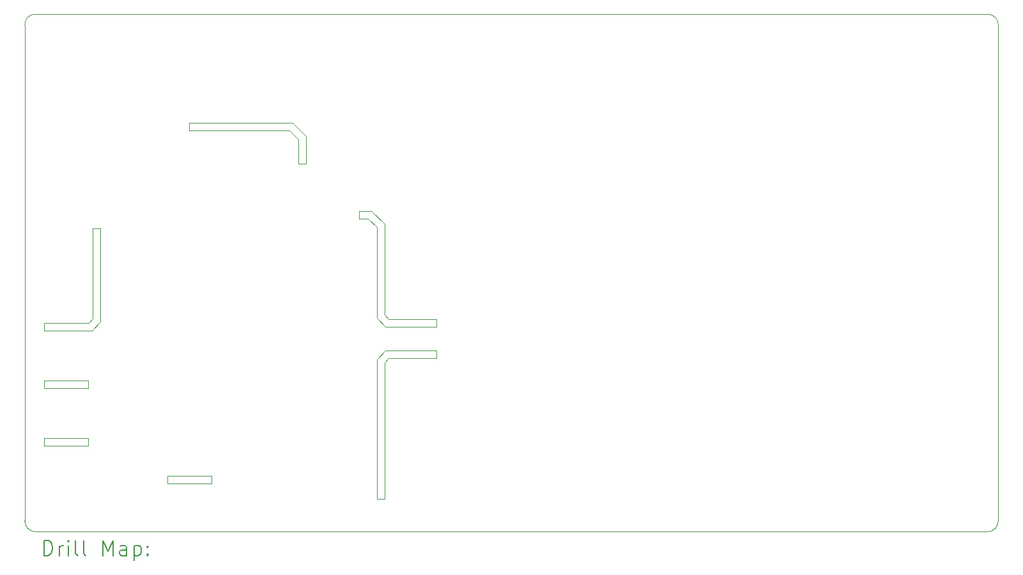
<source format=gbr>
%TF.GenerationSoftware,KiCad,Pcbnew,7.0.10-7.0.10~ubuntu22.04.1*%
%TF.CreationDate,2024-01-07T19:37:02+01:00*%
%TF.ProjectId,EEZ DIB AFE3,45455a20-4449-4422-9041-4645332e6b69,rev?*%
%TF.SameCoordinates,Original*%
%TF.FileFunction,Drillmap*%
%TF.FilePolarity,Positive*%
%FSLAX45Y45*%
G04 Gerber Fmt 4.5, Leading zero omitted, Abs format (unit mm)*
G04 Created by KiCad (PCBNEW 7.0.10-7.0.10~ubuntu22.04.1) date 2024-01-07 19:37:02*
%MOMM*%
%LPD*%
G01*
G04 APERTURE LIST*
%ADD10C,0.101600*%
%ADD11C,0.100000*%
%ADD12C,0.200000*%
G04 APERTURE END LIST*
D10*
X9248470Y-11162170D02*
X9303080Y-11107560D01*
D11*
X8540110Y-7075360D02*
G75*
G03*
X8400110Y-7215360I0J-140000D01*
G01*
D10*
X11910390Y-8619630D02*
X10580700Y-8619630D01*
X8654110Y-12684900D02*
X8654110Y-12786500D01*
X9248470Y-11162170D02*
X8655380Y-11162170D01*
X9238310Y-12684900D02*
X8654110Y-12684900D01*
X12125020Y-9059050D02*
X12125020Y-8689480D01*
X12023420Y-8732660D02*
X11910390Y-8619630D01*
X13166420Y-11686680D02*
X13221030Y-11632070D01*
X10875340Y-13190360D02*
X10291140Y-13190360D01*
X9303080Y-9911220D02*
X9404680Y-9911220D01*
X13064820Y-13495160D02*
X13064820Y-11643500D01*
D11*
X8540110Y-7075360D02*
X21160110Y-7075360D01*
D10*
X12951790Y-9782950D02*
X12828600Y-9782950D01*
D11*
X21300110Y-7215360D02*
X21300110Y-13785360D01*
D10*
X10875340Y-13291960D02*
X10291140Y-13291960D01*
X9291650Y-11263770D02*
X9404680Y-11150740D01*
D11*
X21300110Y-7215360D02*
G75*
G03*
X21160110Y-7075360I-140000J0D01*
G01*
D10*
X8654110Y-11924170D02*
X8654110Y-12025770D01*
X9238310Y-12025770D02*
X8654110Y-12025770D01*
X9238310Y-12786500D02*
X8654110Y-12786500D01*
X12125020Y-8689480D02*
X11953570Y-8518030D01*
X9238310Y-12684900D02*
X9238310Y-12786500D01*
X13853490Y-11110100D02*
X13853490Y-11211700D01*
X13166420Y-13495160D02*
X13064820Y-13495160D01*
X10875340Y-13190360D02*
X10875340Y-13291960D01*
X12023420Y-9059050D02*
X12023420Y-8732660D01*
X13221030Y-11110100D02*
X13166420Y-11055490D01*
X9291650Y-11263770D02*
X8655380Y-11263770D01*
D11*
X8540110Y-13925360D02*
X21160110Y-13925360D01*
D10*
X9238310Y-11924170D02*
X9238310Y-12025770D01*
X13221030Y-11632070D02*
X13853490Y-11632070D01*
X12994970Y-9681350D02*
X12828600Y-9681350D01*
X9404680Y-9911220D02*
X9404680Y-11150740D01*
D11*
X21160110Y-13925360D02*
G75*
G03*
X21300110Y-13785360I0J140000D01*
G01*
D10*
X13853490Y-11632070D02*
X13853490Y-11530470D01*
X13064820Y-11643500D02*
X13177850Y-11530470D01*
X13177850Y-11530470D02*
X13853490Y-11530470D01*
X10291140Y-13190360D02*
X10291140Y-13291960D01*
X13064820Y-11098670D02*
X13064820Y-9895980D01*
X13853490Y-11211700D02*
X13177850Y-11211700D01*
X9303080Y-9911220D02*
X9303080Y-11107560D01*
X13166420Y-11055490D02*
X13166420Y-9852800D01*
X13177850Y-11211700D02*
X13064820Y-11098670D01*
X12828600Y-9681350D02*
X12828600Y-9782950D01*
X13166420Y-9852800D02*
X12994970Y-9681350D01*
X11953570Y-8518030D02*
X10580700Y-8518030D01*
D11*
X8400110Y-7215360D02*
X8400110Y-13785360D01*
D10*
X13853490Y-11110100D02*
X13221030Y-11110100D01*
D11*
X8400110Y-13785360D02*
G75*
G03*
X8540110Y-13925360I140000J0D01*
G01*
D10*
X8655380Y-11162170D02*
X8655380Y-11263770D01*
X13166420Y-13495160D02*
X13166420Y-11686680D01*
X12023420Y-9059050D02*
X12125020Y-9059050D01*
X10580700Y-8518030D02*
X10580700Y-8619630D01*
X9238310Y-11924170D02*
X8654110Y-11924170D01*
X13064820Y-9895980D02*
X12951790Y-9782950D01*
D12*
X8655887Y-14241844D02*
X8655887Y-14041844D01*
X8655887Y-14041844D02*
X8703506Y-14041844D01*
X8703506Y-14041844D02*
X8732077Y-14051368D01*
X8732077Y-14051368D02*
X8751125Y-14070415D01*
X8751125Y-14070415D02*
X8760649Y-14089463D01*
X8760649Y-14089463D02*
X8770173Y-14127558D01*
X8770173Y-14127558D02*
X8770173Y-14156129D01*
X8770173Y-14156129D02*
X8760649Y-14194225D01*
X8760649Y-14194225D02*
X8751125Y-14213272D01*
X8751125Y-14213272D02*
X8732077Y-14232320D01*
X8732077Y-14232320D02*
X8703506Y-14241844D01*
X8703506Y-14241844D02*
X8655887Y-14241844D01*
X8855887Y-14241844D02*
X8855887Y-14108510D01*
X8855887Y-14146606D02*
X8865411Y-14127558D01*
X8865411Y-14127558D02*
X8874934Y-14118034D01*
X8874934Y-14118034D02*
X8893982Y-14108510D01*
X8893982Y-14108510D02*
X8913030Y-14108510D01*
X8979696Y-14241844D02*
X8979696Y-14108510D01*
X8979696Y-14041844D02*
X8970173Y-14051368D01*
X8970173Y-14051368D02*
X8979696Y-14060891D01*
X8979696Y-14060891D02*
X8989220Y-14051368D01*
X8989220Y-14051368D02*
X8979696Y-14041844D01*
X8979696Y-14041844D02*
X8979696Y-14060891D01*
X9103506Y-14241844D02*
X9084458Y-14232320D01*
X9084458Y-14232320D02*
X9074934Y-14213272D01*
X9074934Y-14213272D02*
X9074934Y-14041844D01*
X9208268Y-14241844D02*
X9189220Y-14232320D01*
X9189220Y-14232320D02*
X9179696Y-14213272D01*
X9179696Y-14213272D02*
X9179696Y-14041844D01*
X9436839Y-14241844D02*
X9436839Y-14041844D01*
X9436839Y-14041844D02*
X9503506Y-14184701D01*
X9503506Y-14184701D02*
X9570173Y-14041844D01*
X9570173Y-14041844D02*
X9570173Y-14241844D01*
X9751125Y-14241844D02*
X9751125Y-14137082D01*
X9751125Y-14137082D02*
X9741601Y-14118034D01*
X9741601Y-14118034D02*
X9722554Y-14108510D01*
X9722554Y-14108510D02*
X9684458Y-14108510D01*
X9684458Y-14108510D02*
X9665411Y-14118034D01*
X9751125Y-14232320D02*
X9732077Y-14241844D01*
X9732077Y-14241844D02*
X9684458Y-14241844D01*
X9684458Y-14241844D02*
X9665411Y-14232320D01*
X9665411Y-14232320D02*
X9655887Y-14213272D01*
X9655887Y-14213272D02*
X9655887Y-14194225D01*
X9655887Y-14194225D02*
X9665411Y-14175177D01*
X9665411Y-14175177D02*
X9684458Y-14165653D01*
X9684458Y-14165653D02*
X9732077Y-14165653D01*
X9732077Y-14165653D02*
X9751125Y-14156129D01*
X9846363Y-14108510D02*
X9846363Y-14308510D01*
X9846363Y-14118034D02*
X9865411Y-14108510D01*
X9865411Y-14108510D02*
X9903506Y-14108510D01*
X9903506Y-14108510D02*
X9922554Y-14118034D01*
X9922554Y-14118034D02*
X9932077Y-14127558D01*
X9932077Y-14127558D02*
X9941601Y-14146606D01*
X9941601Y-14146606D02*
X9941601Y-14203748D01*
X9941601Y-14203748D02*
X9932077Y-14222796D01*
X9932077Y-14222796D02*
X9922554Y-14232320D01*
X9922554Y-14232320D02*
X9903506Y-14241844D01*
X9903506Y-14241844D02*
X9865411Y-14241844D01*
X9865411Y-14241844D02*
X9846363Y-14232320D01*
X10027315Y-14222796D02*
X10036839Y-14232320D01*
X10036839Y-14232320D02*
X10027315Y-14241844D01*
X10027315Y-14241844D02*
X10017792Y-14232320D01*
X10017792Y-14232320D02*
X10027315Y-14222796D01*
X10027315Y-14222796D02*
X10027315Y-14241844D01*
X10027315Y-14118034D02*
X10036839Y-14127558D01*
X10036839Y-14127558D02*
X10027315Y-14137082D01*
X10027315Y-14137082D02*
X10017792Y-14127558D01*
X10017792Y-14127558D02*
X10027315Y-14118034D01*
X10027315Y-14118034D02*
X10027315Y-14137082D01*
M02*

</source>
